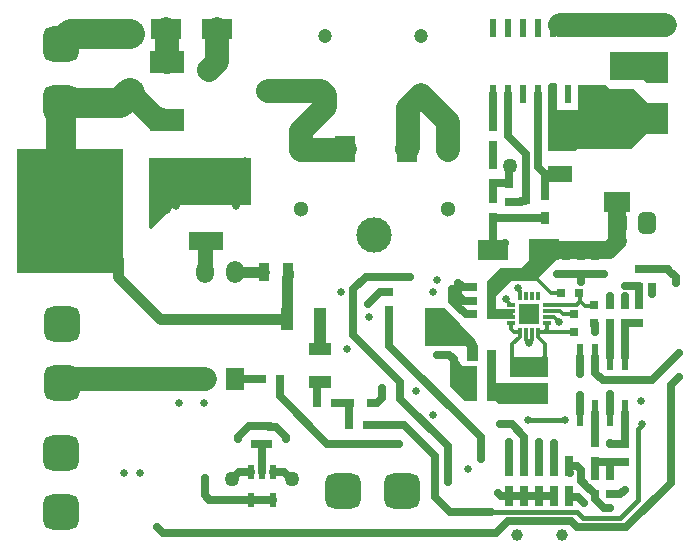
<source format=gbl>
G04*
G04 #@! TF.GenerationSoftware,Altium Limited,Altium Designer,19.0.14 (431)*
G04*
G04 Layer_Physical_Order=4*
G04 Layer_Color=16711680*
%FSLAX25Y25*%
%MOIN*%
G70*
G01*
G75*
%ADD23R,0.03000X0.03000*%
%ADD25R,0.03000X0.03000*%
%ADD27R,0.02362X0.04528*%
%ADD31C,0.03937*%
%ADD50C,0.01500*%
%ADD51C,0.01200*%
%ADD52C,0.08000*%
%ADD53C,0.02500*%
%ADD54C,0.04000*%
%ADD55C,0.10000*%
%ADD56C,0.11811*%
G04:AMPARAMS|DCode=57|XSize=118.11mil|YSize=118.11mil|CornerRadius=29.53mil|HoleSize=0mil|Usage=FLASHONLY|Rotation=0.000|XOffset=0mil|YOffset=0mil|HoleType=Round|Shape=RoundedRectangle|*
%AMROUNDEDRECTD57*
21,1,0.11811,0.05906,0,0,0.0*
21,1,0.05906,0.11811,0,0,0.0*
1,1,0.05906,0.02953,-0.02953*
1,1,0.05906,-0.02953,-0.02953*
1,1,0.05906,-0.02953,0.02953*
1,1,0.05906,0.02953,0.02953*
%
%ADD57ROUNDEDRECTD57*%
%ADD58C,0.05118*%
%ADD59C,0.04724*%
%ADD60C,0.07874*%
G04:AMPARAMS|DCode=61|XSize=118.11mil|YSize=118.11mil|CornerRadius=29.53mil|HoleSize=0mil|Usage=FLASHONLY|Rotation=270.000|XOffset=0mil|YOffset=0mil|HoleType=Round|Shape=RoundedRectangle|*
%AMROUNDEDRECTD61*
21,1,0.11811,0.05906,0,0,270.0*
21,1,0.05906,0.11811,0,0,270.0*
1,1,0.05906,-0.02953,-0.02953*
1,1,0.05906,-0.02953,0.02953*
1,1,0.05906,0.02953,0.02953*
1,1,0.05906,0.02953,-0.02953*
%
%ADD61ROUNDEDRECTD61*%
G04:AMPARAMS|DCode=62|XSize=59.06mil|YSize=70.87mil|CornerRadius=14.76mil|HoleSize=0mil|Usage=FLASHONLY|Rotation=0.000|XOffset=0mil|YOffset=0mil|HoleType=Round|Shape=RoundedRectangle|*
%AMROUNDEDRECTD62*
21,1,0.05906,0.04134,0,0,0.0*
21,1,0.02953,0.07087,0,0,0.0*
1,1,0.02953,0.01476,-0.02067*
1,1,0.02953,-0.01476,-0.02067*
1,1,0.02953,-0.01476,0.02067*
1,1,0.02953,0.01476,0.02067*
%
%ADD62ROUNDEDRECTD62*%
%ADD63C,0.02500*%
%ADD64C,0.05000*%
%ADD75R,0.07874X0.05709*%
%ADD76R,0.05906X0.07480*%
%ADD77O,0.05906X0.07480*%
%ADD78R,0.06693X0.06693*%
%ADD79R,0.01181X0.02559*%
%ADD80R,0.02559X0.01181*%
%ADD81R,0.10433X0.06890*%
%ADD82R,0.02362X0.08661*%
%ADD83R,0.13000X0.07087*%
%ADD84R,0.02992X0.07008*%
%ADD85R,0.03937X0.02559*%
%ADD86R,0.04000X0.07500*%
%ADD87R,0.07500X0.04000*%
%ADD88R,0.03543X0.06000*%
%ADD89R,0.02362X0.05906*%
%ADD90R,0.06693X0.08661*%
%ADD91R,0.11811X0.07717*%
%ADD92R,0.35433X0.41339*%
%ADD93R,0.11811X0.05906*%
%ADD94R,0.06890X0.10433*%
%ADD95R,0.08661X0.06693*%
%ADD96R,0.02559X0.03937*%
%ADD97C,0.06000*%
%ADD98C,0.03000*%
%ADD99C,0.05000*%
%ADD100C,0.03500*%
G36*
X221000Y154500D02*
X214000D01*
X213000Y155500D01*
X201500D01*
Y165000D01*
X221000D01*
Y154500D01*
D02*
G37*
G36*
X184000Y154000D02*
Y145500D01*
X191000D01*
Y154000D01*
X200000D01*
X201500Y152500D01*
X209500D01*
X214185Y147815D01*
X221000D01*
Y137500D01*
X213500D01*
X208500Y132500D01*
X190596D01*
X190096Y132000D01*
X181000D01*
Y143500D01*
Y154000D01*
X181500Y154500D01*
X183500D01*
X184000Y154000D01*
D02*
G37*
G36*
X82000Y129500D02*
Y114000D01*
X56500Y114000D01*
X48462Y105962D01*
X48000Y106153D01*
Y129500D01*
X82000Y129500D01*
D02*
G37*
G36*
X184500Y96500D02*
X176515Y88516D01*
X168516D01*
X163500Y83500D01*
Y76000D01*
X160500D01*
Y88516D01*
X164985Y93000D01*
X172000D01*
X174500Y95500D01*
Y102500D01*
X184500D01*
X184500Y96500D01*
D02*
G37*
G36*
X156439Y68818D02*
X157500Y67000D01*
Y62000D01*
X154000Y62000D01*
Y66444D01*
X153500Y66944D01*
X140000D01*
Y79750D01*
X146722D01*
X156439Y68818D01*
D02*
G37*
G36*
X163500Y65500D02*
Y54500D01*
X181000Y54500D01*
Y47500D01*
X164500D01*
X163500Y48500D01*
X160500D01*
Y65500D01*
X163500Y65500D01*
D02*
G37*
D23*
X211300Y86500D02*
D03*
Y92500D02*
D03*
X162485Y134110D02*
D03*
Y140110D02*
D03*
X187000Y97048D02*
D03*
Y91048D02*
D03*
X211250Y80500D02*
D03*
Y74500D02*
D03*
X206500Y28452D02*
D03*
Y34452D02*
D03*
X196500Y28500D02*
D03*
Y34500D02*
D03*
X196548Y23548D02*
D03*
Y17548D02*
D03*
X201500Y23548D02*
D03*
Y17548D02*
D03*
X110000Y48054D02*
D03*
X104000D02*
D03*
X128000Y78855D02*
D03*
Y84855D02*
D03*
X201500Y80548D02*
D03*
Y74548D02*
D03*
X173452Y109610D02*
D03*
Y115610D02*
D03*
X168000Y121048D02*
D03*
Y115048D02*
D03*
X155888Y50000D02*
D03*
X161888D02*
D03*
X155888Y59000D02*
D03*
X161888D02*
D03*
X155888Y77500D02*
D03*
X161888D02*
D03*
X155888Y86500D02*
D03*
X161888D02*
D03*
X155888Y82000D02*
D03*
X161888D02*
D03*
X155888Y54596D02*
D03*
X161888D02*
D03*
X196388Y80548D02*
D03*
Y74548D02*
D03*
D25*
X215700Y92500D02*
D03*
Y86500D02*
D03*
X206500Y74594D02*
D03*
Y80594D02*
D03*
X120548Y40500D02*
D03*
X114548D02*
D03*
X91548Y56000D02*
D03*
X85548D02*
D03*
X87685Y40185D02*
D03*
Y34185D02*
D03*
X83185Y40185D02*
D03*
Y34185D02*
D03*
X162534Y116000D02*
D03*
Y110000D02*
D03*
X162485Y121158D02*
D03*
Y127157D02*
D03*
X208000Y151000D02*
D03*
Y157000D02*
D03*
X196500Y97000D02*
D03*
Y91000D02*
D03*
X192000D02*
D03*
Y97000D02*
D03*
X203027Y157016D02*
D03*
Y151015D02*
D03*
X155888Y64000D02*
D03*
X161888D02*
D03*
X189500Y71595D02*
D03*
Y77595D02*
D03*
X185198Y84500D02*
D03*
X191198D02*
D03*
D27*
X81760Y24941D02*
D03*
X85500D02*
D03*
X89240D02*
D03*
Y15689D02*
D03*
X81760D02*
D03*
D31*
X185500Y4000D02*
D03*
X170500D02*
D03*
D50*
X211000Y39400D02*
Y39436D01*
X212300Y40736D01*
Y40815D01*
X211000Y39400D02*
X212100Y40500D01*
X211000Y15500D02*
Y39400D01*
X205000Y9500D02*
X211000Y15500D01*
X186400Y42300D02*
X186500Y42200D01*
X174300Y42300D02*
X186400D01*
X162000Y11500D02*
X190500D01*
X192500Y9500D02*
X205000D01*
X190500Y11500D02*
X192500Y9500D01*
D51*
X162967Y78579D02*
X168595D01*
X162778Y76610D02*
X168595D01*
X170900Y85948D02*
Y86300D01*
Y85948D02*
X171547Y85301D01*
Y83500D02*
Y85301D01*
X161888Y64000D02*
X162300Y64411D01*
X163277Y77500D02*
X166600D01*
X167000Y82500D02*
X167249Y82251D01*
Y81893D02*
Y82251D01*
Y81893D02*
X168595Y80547D01*
Y72579D02*
Y74642D01*
Y72579D02*
X169484Y71689D01*
X171325D01*
X177684D02*
X177779Y71595D01*
X170100Y62000D02*
X178466D01*
X177779Y71595D02*
X189500D01*
X173516Y68818D02*
X174334Y68000D01*
X173516Y68818D02*
Y71689D01*
X174334Y68000D02*
X174500D01*
X174148D02*
X174334D01*
X174500D02*
X175485Y68985D01*
X174500Y67547D02*
Y68000D01*
X182000Y84500D02*
X185198D01*
X177000Y89500D02*
X182000Y84500D01*
X175000Y89500D02*
X177000D01*
X180406Y80547D02*
X180553Y80695D01*
X190483D02*
X191692Y81903D01*
X180553Y80695D02*
X190483D01*
X193142Y80452D02*
X196293D01*
X191692Y81903D02*
X193142Y80452D01*
X191692Y81903D02*
Y84007D01*
X191198Y84500D02*
X191692Y84007D01*
X182890Y76610D02*
X184500Y75000D01*
X180406Y76610D02*
X182890D01*
X177684Y71689D02*
X179595D01*
X177453D02*
X177684D01*
X180406Y78579D02*
X185000D01*
X185984Y77595D01*
X189500D01*
X196293Y80452D02*
X196388Y80548D01*
X173428Y62600D02*
X175384D01*
X180406Y74642D02*
X180547Y74500D01*
X178466Y62000D02*
X179984Y63519D01*
Y67500D01*
X168984Y63116D02*
X170100Y62000D01*
X168984Y63116D02*
Y67500D01*
X177453Y70031D02*
X179984Y67500D01*
X177453Y70031D02*
Y71689D01*
X171547Y70063D02*
Y71689D01*
X168984Y67500D02*
X171547Y70063D01*
X175485Y68985D02*
Y71689D01*
X180406Y72500D02*
Y74420D01*
X179595Y71689D02*
X180406Y72500D01*
X168595Y76610D02*
Y78579D01*
X161888Y77500D02*
X162967Y78579D01*
D52*
X20567Y56067D02*
X66500D01*
X19000Y54500D02*
X20567Y56067D01*
X105212Y151913D02*
X106500Y150626D01*
X87685Y151913D02*
X105212D01*
X68000Y159000D02*
X70466Y161466D01*
Y172500D01*
X53534D02*
X53767Y172267D01*
Y161933D02*
Y172267D01*
Y161933D02*
X53909Y161791D01*
X54000D01*
X185000Y174000D02*
X203000D01*
X138433Y150626D02*
X147500Y141559D01*
X134264Y146457D02*
X138433Y150626D01*
X106500Y146500D02*
Y150626D01*
X50248Y142500D02*
X51689D01*
X41500Y151248D02*
X50248Y142500D01*
X147500Y132343D02*
Y141559D01*
X134264Y132831D02*
Y146457D01*
X133933Y132500D02*
X134264Y132831D01*
X112909Y132343D02*
X113067Y132500D01*
X98500Y132343D02*
X112909D01*
X98500Y138500D02*
X106500Y146500D01*
X98500Y132343D02*
Y138500D01*
X214500Y174000D02*
X220000D01*
X209000D02*
X214500D01*
X203000D02*
X209000D01*
D53*
X151000Y84000D02*
Y88000D01*
X154000Y54186D02*
X155888Y52298D01*
X154000Y54186D02*
Y54596D01*
X152888Y53000D02*
X155888Y50000D01*
X149000Y82000D02*
Y86000D01*
Y82000D02*
X150653Y80347D01*
X148800Y86000D02*
X149000D01*
X151000Y84000D01*
Y88000D02*
X152500Y86500D01*
X145350Y75500D02*
Y78000D01*
X144000Y68452D02*
X144500D01*
X144000Y68952D02*
X144500Y68452D01*
X120100Y89900D02*
X134800D01*
X116000Y85800D02*
X120100Y89900D01*
X116000Y70600D02*
Y85800D01*
X121000Y80900D02*
X124955Y84855D01*
X128000D01*
X150653Y80347D02*
X153500Y77500D01*
X150653Y80347D02*
X151000Y80695D01*
Y84000D01*
X133000Y40500D02*
X143100Y30400D01*
Y16600D02*
Y30400D01*
Y16600D02*
X148200Y11500D01*
X147500Y21700D02*
Y33600D01*
X131700Y49400D02*
X147500Y33600D01*
X120548Y40500D02*
X133000D01*
X131700Y49400D02*
Y54900D01*
X91548Y50137D02*
X107285Y34400D01*
X131200D01*
X116000Y70600D02*
X131700Y54900D01*
X148200Y11500D02*
X162000D01*
X128000Y67100D02*
X158480Y36620D01*
X128000Y67100D02*
Y78855D01*
X158480Y29245D02*
Y36620D01*
X173452Y115610D02*
Y130948D01*
X167484Y136916D02*
X173452Y130948D01*
X167484Y136916D02*
Y151102D01*
X168000Y126900D02*
X168200Y127100D01*
X168000Y121048D02*
Y126900D01*
X162485Y121158D02*
X167890D01*
X162500Y116000D02*
Y121142D01*
X177485Y126679D02*
X180000Y124163D01*
X177485Y126679D02*
Y151102D01*
X206579Y86821D02*
X211246D01*
X206500Y86900D02*
X206579Y86821D01*
X211246Y86554D02*
X211300Y86500D01*
X206500Y80594D02*
Y83720D01*
X221000Y92400D02*
X223500Y89900D01*
X220900Y92500D02*
X221000Y92400D01*
X223500Y88000D02*
Y89900D01*
X215700Y92500D02*
X220900D01*
X211300D02*
X215700D01*
X215600Y84200D02*
X215700Y84300D01*
X215600Y84200D02*
Y86400D01*
X215700Y86500D01*
X211250Y83720D02*
Y86450D01*
X211300Y86500D01*
X205048Y17548D02*
X206500Y19000D01*
X201500Y17548D02*
X205048D01*
X183000Y27000D02*
Y34700D01*
X164900Y40815D02*
X168785D01*
X173000Y36600D01*
Y27000D02*
Y36600D01*
X178000Y27000D02*
Y35000D01*
X168000Y27000D02*
Y35100D01*
X221900Y53800D02*
X224600Y56500D01*
X221900Y21400D02*
Y53800D01*
X207000Y6500D02*
X221900Y21400D01*
X190500Y6500D02*
X207000D01*
X215600Y55500D02*
X224600Y64500D01*
X199100Y55500D02*
X215600D01*
X196500Y58100D02*
X199100Y55500D01*
X196500Y58100D02*
Y63449D01*
X164306Y17798D02*
X165103Y17000D01*
X168000D01*
X188500Y8500D02*
X190500Y6500D01*
X167500Y8500D02*
X188500D01*
X163500Y4500D02*
X167500Y8500D01*
X211250Y80500D02*
Y83720D01*
X146500Y64000D02*
X148000D01*
X144000D02*
X146500D01*
X148000D02*
X149500Y62500D01*
X153500Y77500D02*
X155888D01*
X153000Y82000D02*
X155888D01*
X151000Y84000D02*
X153000Y82000D01*
X152500Y86500D02*
X155888D01*
X149500Y61500D02*
Y62500D01*
X180000Y124163D02*
X184970D01*
X185000Y124193D01*
X196500Y91000D02*
X199700D01*
X191952Y88250D02*
Y90952D01*
X192000Y91000D01*
X196500D01*
X191952Y91048D02*
X192000Y91000D01*
X187000Y91048D02*
X191952D01*
X183750Y91000D02*
X186952D01*
X187000Y91048D01*
X125500Y49494D02*
Y53000D01*
X124036Y48030D02*
X125500Y49494D01*
X122634Y48030D02*
X124036D01*
X122604Y48000D02*
X122634Y48030D01*
X114518Y48000D02*
X114548Y47971D01*
X114396Y48000D02*
X114518D01*
X114548Y40500D02*
Y47971D01*
X114368Y48027D02*
X114396Y48000D01*
X110027Y48027D02*
X114368D01*
X110000Y48054D02*
X110027Y48027D01*
X104000Y53950D02*
X104950Y54900D01*
X104000Y48054D02*
Y53950D01*
X91548Y50137D02*
Y56000D01*
X155888Y52298D02*
Y54596D01*
Y50000D02*
Y52298D01*
X154000Y54596D02*
X155888D01*
X150096D02*
X154000D01*
X150500Y53000D02*
X153500Y50000D01*
X149500Y54000D02*
X150500Y53000D01*
X152888D01*
X151000Y57000D02*
X155853D01*
X149500D02*
X151000D01*
Y60000D02*
X152000Y59000D01*
X151000Y57000D02*
Y60000D01*
X149500Y61500D02*
X151000Y60000D01*
X155888Y56964D02*
Y59000D01*
Y54596D02*
Y56964D01*
X149500Y57000D02*
Y61500D01*
Y54000D02*
Y57000D01*
X155853D02*
X155888Y56964D01*
X149500Y54000D02*
X150096Y54596D01*
X153500Y50000D02*
X155888D01*
X152000Y59000D02*
X155888D01*
X191500Y44551D02*
Y50500D01*
X178000Y17000D02*
X183000D01*
X173000D02*
X178000D01*
X168000D02*
X173000D01*
X196548Y15952D02*
Y17548D01*
Y15952D02*
X199500Y13000D01*
X201500D01*
X191000Y16500D02*
X192798Y14702D01*
Y14500D02*
Y14702D01*
X196116Y17798D02*
X196298D01*
X192798Y21116D02*
X196116Y17798D01*
X188000Y24992D02*
X188246Y24746D01*
X196298Y17798D02*
X196548Y17548D01*
X188000Y24992D02*
Y27000D01*
X188246Y16500D02*
X191000D01*
X188000Y16746D02*
X188246Y16500D01*
X188000Y16746D02*
Y17000D01*
X201500Y34500D02*
X201548Y34452D01*
X206500D01*
X201500Y44551D02*
Y51000D01*
X52500Y4500D02*
X163500D01*
X188000Y27000D02*
X190535D01*
X192000Y25536D01*
Y22000D02*
Y25536D01*
Y22000D02*
X192798Y21202D01*
Y21116D02*
Y21202D01*
X196548Y23548D02*
Y28452D01*
X201500Y23548D02*
Y28452D01*
X196548Y71689D02*
Y74388D01*
X196388Y74548D02*
X196548Y74388D01*
X211156Y74594D02*
X211250Y74500D01*
X206500Y74594D02*
X211156D01*
X206500Y63449D02*
Y74594D01*
X201500Y63449D02*
Y74548D01*
Y80548D02*
Y83500D01*
X191500Y57500D02*
Y63449D01*
X201500Y28452D02*
X206500D01*
X196548D02*
X201500D01*
X196500Y28500D02*
X196548Y28452D01*
X206500Y34452D02*
Y44551D01*
X196500Y34500D02*
Y44551D01*
X173500Y50000D02*
X174400Y50900D01*
X50500Y6500D02*
X52500Y4500D01*
X76500Y56067D02*
X76567Y56000D01*
X85500D01*
X66500Y17153D02*
X67965Y15689D01*
X66500Y17153D02*
Y23000D01*
X67965Y15689D02*
X81760D01*
X89240D01*
X77500Y36000D02*
Y36500D01*
X81185Y40185D01*
X93500Y36000D02*
Y36500D01*
X90065Y39935D02*
X93500Y36500D01*
X87935Y39935D02*
X90065D01*
X87685Y40185D02*
X87935Y39935D01*
X81185Y40185D02*
X83185D01*
X87685D01*
X83185Y34185D02*
X87685D01*
X85500Y30000D02*
Y32721D01*
Y24941D02*
Y30000D01*
X93059Y24941D02*
X95500Y22500D01*
X89240Y24941D02*
X93059D01*
X75500Y22500D02*
X77941Y24941D01*
X81760D01*
X180000Y117762D02*
Y124163D01*
X167890Y121158D02*
X168000Y121048D01*
Y115048D02*
X171738D01*
X172049Y115360D01*
X173202D01*
X173452Y115610D01*
X164016Y109750D02*
X164186Y109580D01*
X162784Y109750D02*
X164016D01*
X162534Y110000D02*
X162784Y109750D01*
X162534Y99000D02*
Y110000D01*
X164186Y109580D02*
X173423D01*
X173452Y109610D01*
X164306Y99000D02*
X166501Y101195D01*
X180000Y109553D02*
Y109580D01*
X179971Y109610D02*
X180000Y109580D01*
X173452Y109610D02*
X179971D01*
X162485Y121158D02*
X162500Y121142D01*
X162485Y127157D02*
Y134110D01*
Y140110D02*
Y151102D01*
D54*
X104840Y65900D02*
Y75950D01*
Y65900D02*
X104950D01*
D55*
X21933Y170933D02*
X41500D01*
X18500Y167500D02*
X21933Y170933D01*
X38067Y147815D02*
X41500Y151248D01*
X18500Y147815D02*
X38067D01*
X18500Y115000D02*
X21500Y112000D01*
X18500Y115000D02*
Y147815D01*
D56*
X123000Y104100D02*
D03*
D57*
X132185Y18500D02*
D03*
X112500D02*
D03*
D58*
X147500Y112657D02*
D03*
Y132343D02*
D03*
X98500Y112657D02*
D03*
Y132343D02*
D03*
D59*
X138433Y170311D02*
D03*
Y150626D02*
D03*
X106500Y170311D02*
D03*
Y150626D02*
D03*
D60*
X68000Y159000D02*
D03*
X87685Y151913D02*
D03*
X41500Y170933D02*
D03*
Y151248D02*
D03*
D61*
X18500Y147815D02*
D03*
Y167500D02*
D03*
Y11500D02*
D03*
Y31185D02*
D03*
X19000Y54500D02*
D03*
Y74185D02*
D03*
D62*
X204079Y108000D02*
D03*
X213921D02*
D03*
D63*
X148800Y86000D02*
D03*
X143900Y89100D02*
D03*
X142700Y84900D02*
D03*
X151000Y88000D02*
D03*
X134800Y89900D02*
D03*
X121000Y80900D02*
D03*
X121300Y76600D02*
D03*
X147500Y21700D02*
D03*
X142600Y43800D02*
D03*
X131200Y34400D02*
D03*
X136800Y51900D02*
D03*
X154200Y26100D02*
D03*
X170900Y86300D02*
D03*
X166600Y77500D02*
D03*
X167000Y82500D02*
D03*
X206500Y86900D02*
D03*
Y83720D02*
D03*
X221000Y92400D02*
D03*
X215600Y84200D02*
D03*
X223500Y88000D02*
D03*
X199700Y91000D02*
D03*
X212300Y40815D02*
D03*
X186500Y42200D02*
D03*
X174300Y42300D02*
D03*
X206500Y19000D02*
D03*
X183000Y34700D02*
D03*
X164900Y40815D02*
D03*
X178000Y35000D02*
D03*
X168000Y35100D02*
D03*
X158480Y29245D02*
D03*
X212000Y48700D02*
D03*
X224600Y56500D02*
D03*
Y64500D02*
D03*
X164306Y17798D02*
D03*
X191500Y57500D02*
D03*
X201500Y51000D02*
D03*
X211250Y83720D02*
D03*
X146500Y64000D02*
D03*
X144000D02*
D03*
X151000Y84000D02*
D03*
X141500Y76500D02*
D03*
X201500Y34500D02*
D03*
Y13000D02*
D03*
X113783Y66048D02*
D03*
X174500Y68000D02*
D03*
X191952Y88250D02*
D03*
X183750Y91000D02*
D03*
X125500Y53000D02*
D03*
X141500Y69952D02*
D03*
Y73189D02*
D03*
X146500Y69763D02*
D03*
Y73000D02*
D03*
Y76311D02*
D03*
X144000Y74811D02*
D03*
Y77811D02*
D03*
Y71500D02*
D03*
Y68263D02*
D03*
X191500Y50500D02*
D03*
X192798Y14500D02*
D03*
X184500Y75000D02*
D03*
X196548Y71689D02*
D03*
X201500Y83500D02*
D03*
Y28452D02*
D03*
X112000Y85000D02*
D03*
X66303Y48000D02*
D03*
X58000D02*
D03*
X45000Y24500D02*
D03*
X39500D02*
D03*
X66500Y23000D02*
D03*
X77500Y36000D02*
D03*
X93500D02*
D03*
X54000Y128000D02*
D03*
X80000Y128500D02*
D03*
Y125250D02*
D03*
Y122000D02*
D03*
Y115750D02*
D03*
Y119000D02*
D03*
X77000Y126500D02*
D03*
Y123250D02*
D03*
Y120000D02*
D03*
Y113750D02*
D03*
Y117000D02*
D03*
X74000Y128000D02*
D03*
Y124750D02*
D03*
Y121500D02*
D03*
Y115250D02*
D03*
Y118500D02*
D03*
X60000Y128000D02*
D03*
Y124750D02*
D03*
Y121500D02*
D03*
Y115250D02*
D03*
Y118500D02*
D03*
X57000Y126500D02*
D03*
Y123250D02*
D03*
Y120000D02*
D03*
Y113750D02*
D03*
Y117000D02*
D03*
X54000Y115500D02*
D03*
Y112250D02*
D03*
X50500Y114500D02*
D03*
Y111500D02*
D03*
Y117500D02*
D03*
Y6500D02*
D03*
X85500Y30000D02*
D03*
X50500Y126500D02*
D03*
Y120500D02*
D03*
Y123500D02*
D03*
X54000Y118500D02*
D03*
Y121750D02*
D03*
Y125000D02*
D03*
D64*
X168200Y127100D02*
D03*
X210000Y162000D02*
D03*
X95500Y22500D02*
D03*
X75500D02*
D03*
X184000Y142500D02*
D03*
X204079Y162000D02*
D03*
X203000Y174000D02*
D03*
X209000D02*
D03*
X214500D02*
D03*
X220000D02*
D03*
D75*
X185000Y124193D02*
D03*
Y135807D02*
D03*
D76*
X76500Y56067D02*
D03*
D77*
X66500D02*
D03*
X76500Y91500D02*
D03*
X66500D02*
D03*
D78*
X174500Y77595D02*
D03*
D79*
X171547Y71689D02*
D03*
X173516D02*
D03*
X175485D02*
D03*
X177453D02*
D03*
X171547Y83500D02*
D03*
X173516D02*
D03*
X175485D02*
D03*
X177453D02*
D03*
D80*
X180406Y74642D02*
D03*
Y76610D02*
D03*
Y78579D02*
D03*
Y80547D02*
D03*
X168595D02*
D03*
Y78579D02*
D03*
Y76610D02*
D03*
Y74642D02*
D03*
D81*
X162534Y99000D02*
D03*
X179466D02*
D03*
X70466Y172500D02*
D03*
X53534D02*
D03*
D82*
X206500Y44551D02*
D03*
X201500D02*
D03*
X196500D02*
D03*
X191500D02*
D03*
X206500Y63449D02*
D03*
X201500D02*
D03*
X196500D02*
D03*
X191500D02*
D03*
D83*
X174400Y60100D02*
D03*
Y50900D02*
D03*
D84*
X188000Y17000D02*
D03*
Y27000D02*
D03*
X183000Y17000D02*
D03*
Y27000D02*
D03*
X178000Y17000D02*
D03*
Y27000D02*
D03*
X173000Y17000D02*
D03*
Y27000D02*
D03*
X168000Y17000D02*
D03*
Y27000D02*
D03*
D85*
X114396Y48000D02*
D03*
X122604D02*
D03*
D86*
X104840Y75950D02*
D03*
X93840D02*
D03*
D87*
X104950Y54900D02*
D03*
Y65900D02*
D03*
D88*
X86095Y91583D02*
D03*
X94095D02*
D03*
D89*
X197485Y151102D02*
D03*
X192484D02*
D03*
X187485D02*
D03*
X182484D02*
D03*
X177485D02*
D03*
X172485D02*
D03*
X167484D02*
D03*
X162485D02*
D03*
X197485Y172953D02*
D03*
X192484D02*
D03*
X187485D02*
D03*
X182484D02*
D03*
X177485D02*
D03*
X172485D02*
D03*
X167484D02*
D03*
X162485D02*
D03*
D90*
X113067Y132500D02*
D03*
X133933D02*
D03*
D91*
X54000Y142460D02*
D03*
Y161791D02*
D03*
D92*
X21500Y112000D02*
D03*
D93*
X66776Y101842D02*
D03*
D03*
Y121843D02*
D03*
D94*
X217500Y142636D02*
D03*
Y159568D02*
D03*
D95*
X204000Y135933D02*
D03*
Y115067D02*
D03*
D96*
X180000Y109553D02*
D03*
Y117762D02*
D03*
D97*
X204000Y101921D02*
Y115067D01*
X179466Y99000D02*
X201236D01*
X204079Y101842D01*
X204000Y101921D02*
X204079Y101842D01*
D98*
X161888Y77500D02*
Y82000D01*
D99*
X66500Y101567D02*
X66776Y101842D01*
X66500Y91500D02*
Y101567D01*
D100*
X51550Y75950D02*
X93840D01*
X37500Y90000D02*
X51550Y75950D01*
X37500Y90000D02*
Y91030D01*
X76500Y91500D02*
X76583Y91583D01*
X86095D01*
X94095Y90355D02*
Y91583D01*
X93840Y90100D02*
X94095Y90355D01*
X93840Y75950D02*
Y90100D01*
X37466Y91064D02*
X37500Y91030D01*
X37466Y91064D02*
Y96034D01*
X21500Y112000D02*
X37466Y96034D01*
M02*

</source>
